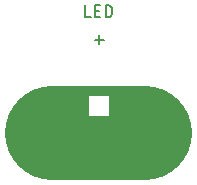
<source format=gto>
%TF.GenerationSoftware,KiCad,Pcbnew,4.0.5-e0-6337~49~ubuntu16.04.1*%
%TF.CreationDate,2017-02-14T01:30:20-08:00*%
%TF.ProjectId,2x2-LED-SMT,3278322D4C45442D534D542E6B696361,1.0*%
%TF.FileFunction,Legend,Top*%
%FSLAX46Y46*%
G04 Gerber Fmt 4.6, Leading zero omitted, Abs format (unit mm)*
G04 Created by KiCad (PCBNEW 4.0.5-e0-6337~49~ubuntu16.04.1) date Tue Feb 14 01:30:20 2017*
%MOMM*%
%LPD*%
G01*
G04 APERTURE LIST*
%ADD10C,0.350000*%
%ADD11C,0.152400*%
%ADD12C,8.000000*%
%ADD13C,0.150000*%
%ADD14R,1.752400X1.652400*%
G04 APERTURE END LIST*
D10*
D11*
X30334857Y-24843619D02*
X29851048Y-24843619D01*
X29851048Y-23827619D01*
X30673524Y-24311429D02*
X31012190Y-24311429D01*
X31157333Y-24843619D02*
X30673524Y-24843619D01*
X30673524Y-23827619D01*
X31157333Y-23827619D01*
X31592762Y-24843619D02*
X31592762Y-23827619D01*
X31834667Y-23827619D01*
X31979809Y-23876000D01*
X32076571Y-23972762D01*
X32124952Y-24069524D01*
X32173333Y-24263048D01*
X32173333Y-24408190D01*
X32124952Y-24601714D01*
X32076571Y-24698476D01*
X31979809Y-24795238D01*
X31834667Y-24843619D01*
X31592762Y-24843619D01*
D12*
X27052000Y-34671000D02*
X34952000Y-34671000D01*
D13*
X30671048Y-26742429D02*
X31432953Y-26742429D01*
X31052001Y-27123381D02*
X31052001Y-26361476D01*
%LPC*%
D14*
X31052000Y-28961000D03*
X31052000Y-32381000D03*
M02*

</source>
